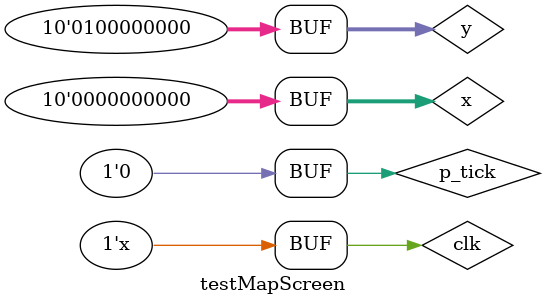
<source format=v>
`timescale 1ns / 1ps


module testMapScreen();
    reg clk;
    reg p_tick;
    reg [9:0] x;
    reg [9:0] y;
    wire isWall;
        mapDecision md(clk,x,y,isWall);
    always #5 clk= ~clk;
    initial
    begin
    x = 0;
    y = 0;
    clk = 0;
    p_tick = 0;
    #10 x = x+8;
    #10 x = x+8;
    #10 x = x+8;
    #10 x = x+8;
    #10 x = x+8;
    #10 x = x+8;
    #10 x = x+8;
    #10 x = x+8;
    #10 x = x+8;
    #10 x = x+8;
    #10 x = x+8;
    #10 x = x+8;
    #10 x = x+8;
    #10 x = x+8;
    #10 x = x+8;
    #10 x = x+8;
    #10 x = x+8;
    #10 x = x+8;
    #10 x = x+8;
    #10 x = x+8;
    #10 x = x+8;
    #10 x = x+8;
    #10 x = x+8;
    #10 x = x+8;
    #10 x = x+8;
    #10 x = x+8;
    #10 x = x+8;
    #10 x = x+8;
    #10 x = x+8;
    #10 x = x+8;
    #10 x = 0; y = y+16;
    #10 x = x+8;
    #10 x = x+8;
    #10 x = x+8;
    #10 x = x+8;
    #10 x = x+8;
    #10 x = x+8;
    #10 x = x+8;
    #10 x = x+8;
    #10 x = x+8;
    #10 x = x+8;
    #10 x = x+8;
    #10 x = x+8;
    #10 x = x+8;
    #10 x = x+8;
    #10 x = x+8;
    #10 x = x+8;
    #10 x = x+8;
    #10 x = x+8;
    #10 x = x+8;
    #10 x = x+8;
    #10 x = x+8;
    #10 x = x+8;
    #10 x = x+8;
    #10 x = x+8;
    #10 x = x+8;
    #10 x = x+8;
    #10 x = x+8;
    #10 x = x+8;
    #10 x = x+8;
    #10 x = x+8;
    #10 x = 0; y = y+16;
    #10 x = x+8;
    #10 x = x+8;
    #10 x = x+8;
    #10 x = x+8;
    #10 x = x+8;
    #10 x = x+8;
    #10 x = x+8;
    #10 x = x+8;
    #10 x = x+8;
    #10 x = x+8;
    #10 x = x+8;
    #10 x = x+8;
    #10 x = x+8;
    #10 x = x+8;
    #10 x = x+8;
    #10 x = x+8;
    #10 x = x+8;
    #10 x = x+8;
    #10 x = x+8;
    #10 x = x+8;
    #10 x = x+8;
    #10 x = x+8;
    #10 x = x+8;
    #10 x = x+8;
    #10 x = x+8;
    #10 x = x+8;
    #10 x = x+8;
    #10 x = x+8;
    #10 x = x+8;
    #10 x = x+8;
    #10 x = 0; y = y+16;
    #10 x = x+8;
    #10 x = x+8;
    #10 x = x+8;
    #10 x = x+8;
    #10 x = x+8;
    #10 x = x+8;
    #10 x = x+8;
    #10 x = x+8;
    #10 x = x+8;
    #10 x = x+8;
    #10 x = x+8;
    #10 x = x+8;
    #10 x = x+8;
    #10 x = x+8;
    #10 x = x+8;
    #10 x = x+8;
    #10 x = x+8;
    #10 x = x+8;
    #10 x = x+8;
    #10 x = x+8;
    #10 x = x+8;
    #10 x = x+8;
    #10 x = x+8;
    #10 x = x+8;
    #10 x = x+8;
    #10 x = x+8;
    #10 x = x+8;
    #10 x = x+8;
    #10 x = x+8;
    #10 x = x+8;
    #10 x = 0; y = y+16;
    #10 x = x+8;
    #10 x = x+8;
    #10 x = x+8;
    #10 x = x+8;
    #10 x = x+8;
    #10 x = x+8;
    #10 x = x+8;
    #10 x = x+8;
    #10 x = x+8;
    #10 x = x+8;
    #10 x = x+8;
    #10 x = x+8;
    #10 x = x+8;
    #10 x = x+8;
    #10 x = x+8;
    #10 x = x+8;
    #10 x = x+8;
    #10 x = x+8;
    #10 x = x+8;
    #10 x = x+8;
    #10 x = x+8;
    #10 x = x+8;
    #10 x = x+8;
    #10 x = x+8;
    #10 x = x+8;
    #10 x = x+8;
    #10 x = x+8;
    #10 x = x+8;
    #10 x = x+8;
    #10 x = x+8;
    #10 x = 0; y = y+16;
    #10 x = x+8;
    #10 x = x+8;
    #10 x = x+8;
    #10 x = x+8;
    #10 x = x+8;
    #10 x = x+8;
    #10 x = x+8;
    #10 x = x+8;
    #10 x = x+8;
    #10 x = x+8;
    #10 x = x+8;
    #10 x = x+8;
    #10 x = x+8;
    #10 x = x+8;
    #10 x = x+8;
    #10 x = x+8;
    #10 x = x+8;
    #10 x = x+8;
    #10 x = x+8;
    #10 x = x+8;
    #10 x = x+8;
    #10 x = x+8;
    #10 x = x+8;
    #10 x = x+8;
    #10 x = x+8;
    #10 x = x+8;
    #10 x = x+8;
    #10 x = x+8;
    #10 x = x+8;
    #10 x = x+8;
    #10 x = 0; y = y+16;
    #10 x = x+8;
    #10 x = x+8;
    #10 x = x+8;
    #10 x = x+8;
    #10 x = x+8;
    #10 x = x+8;
    #10 x = x+8;
    #10 x = x+8;
    #10 x = x+8;
    #10 x = x+8;
    #10 x = x+8;
    #10 x = x+8;
    #10 x = x+8;
    #10 x = x+8;
    #10 x = x+8;
    #10 x = x+8;
    #10 x = x+8;
    #10 x = x+8;
    #10 x = x+8;
    #10 x = x+8;
    #10 x = x+8;
    #10 x = x+8;
    #10 x = x+8;
    #10 x = x+8;
    #10 x = x+8;
    #10 x = x+8;
    #10 x = x+8;
    #10 x = x+8;
    #10 x = x+8;
    #10 x = x+8;
    #10 x = 0; y = y+16;
    #10 x = x+8;
    #10 x = x+8;
    #10 x = x+8;
    #10 x = x+8;
    #10 x = x+8;
    #10 x = x+8;
    #10 x = x+8;
    #10 x = x+8;
    #10 x = x+8;
    #10 x = x+8;
    #10 x = x+8;
    #10 x = x+8;
    #10 x = x+8;
    #10 x = x+8;
    #10 x = x+8;
    #10 x = x+8;
    #10 x = x+8;
    #10 x = x+8;
    #10 x = x+8;
    #10 x = x+8;
    #10 x = x+8;
    #10 x = x+8;
    #10 x = x+8;
    #10 x = x+8;
    #10 x = x+8;
    #10 x = x+8;
    #10 x = x+8;
    #10 x = x+8;
    #10 x = x+8;
    #10 x = x+8;
    #10 x = 0; y = y+16;
    #10 x = x+8;
    #10 x = x+8;
    #10 x = x+8;
    #10 x = x+8;
    #10 x = x+8;
    #10 x = x+8;
    #10 x = x+8;
    #10 x = x+8;
    #10 x = x+8;
    #10 x = x+8;
    #10 x = x+8;
    #10 x = x+8;
    #10 x = x+8;
    #10 x = x+8;
    #10 x = x+8;
    #10 x = x+8;
    #10 x = x+8;
    #10 x = x+8;
    #10 x = x+8;
    #10 x = x+8;
    #10 x = x+8;
    #10 x = x+8;
    #10 x = x+8;
    #10 x = x+8;
    #10 x = x+8;
    #10 x = x+8;
    #10 x = x+8;
    #10 x = x+8;
    #10 x = x+8;
    #10 x = x+8;
    #10 x = 0; y = y+16;
    #10 x = x+8;
    #10 x = x+8;
    #10 x = x+8;
    #10 x = x+8;
    #10 x = x+8;
    #10 x = x+8;
    #10 x = x+8;
    #10 x = x+8;
    #10 x = x+8;
    #10 x = x+8;
    #10 x = x+8;
    #10 x = x+8;
    #10 x = x+8;
    #10 x = x+8;
    #10 x = x+8;
    #10 x = x+8;
    #10 x = x+8;
    #10 x = x+8;
    #10 x = x+8;
    #10 x = x+8;
    #10 x = x+8;
    #10 x = x+8;
    #10 x = x+8;
    #10 x = x+8;
    #10 x = x+8;
    #10 x = x+8;
    #10 x = x+8;
    #10 x = x+8;
    #10 x = x+8;
    #10 x = x+8;
    #10 x = 0; y = y+16;
    #10 x = x+8;
    #10 x = x+8;
    #10 x = x+8;
    #10 x = x+8;
    #10 x = x+8;
    #10 x = x+8;
    #10 x = x+8;
    #10 x = x+8;
    #10 x = x+8;
    #10 x = x+8;
    #10 x = x+8;
    #10 x = x+8;
    #10 x = x+8;
    #10 x = x+8;
    #10 x = x+8;
    #10 x = x+8;
    #10 x = x+8;
    #10 x = x+8;
    #10 x = x+8;
    #10 x = x+8;
    #10 x = x+8;
    #10 x = x+8;
    #10 x = x+8;
    #10 x = x+8;
    #10 x = x+8;
    #10 x = x+8;
    #10 x = x+8;
    #10 x = x+8;
    #10 x = x+8;
    #10 x = x+8;
    #10 x = 0; y = y+16;
    #10 x = x+8;
    #10 x = x+8;
    #10 x = x+8;
    #10 x = x+8;
    #10 x = x+8;
    #10 x = x+8;
    #10 x = x+8;
    #10 x = x+8;
    #10 x = x+8;
    #10 x = x+8;
    #10 x = x+8;
    #10 x = x+8;
    #10 x = x+8;
    #10 x = x+8;
    #10 x = x+8;
    #10 x = x+8;
    #10 x = x+8;
    #10 x = x+8;
    #10 x = x+8;
    #10 x = x+8;
    #10 x = x+8;
    #10 x = x+8;
    #10 x = x+8;
    #10 x = x+8;
    #10 x = x+8;
    #10 x = x+8;
    #10 x = x+8;
    #10 x = x+8;
    #10 x = x+8;
    #10 x = x+8;
    #10 x = 0; y = y+16;
    #10 x = x+8;
    #10 x = x+8;
    #10 x = x+8;
    #10 x = x+8;
    #10 x = x+8;
    #10 x = x+8;
    #10 x = x+8;
    #10 x = x+8;
    #10 x = x+8;
    #10 x = x+8;
    #10 x = x+8;
    #10 x = x+8;
    #10 x = x+8;
    #10 x = x+8;
    #10 x = x+8;
    #10 x = x+8;
    #10 x = x+8;
    #10 x = x+8;
    #10 x = x+8;
    #10 x = x+8;
    #10 x = x+8;
    #10 x = x+8;
    #10 x = x+8;
    #10 x = x+8;
    #10 x = x+8;
    #10 x = x+8;
    #10 x = x+8;
    #10 x = x+8;
    #10 x = x+8;
    #10 x = x+8;
    #10 x = 0; y = y+16;
    #10 x = x+8;
    #10 x = x+8;
    #10 x = x+8;
    #10 x = x+8;
    #10 x = x+8;
    #10 x = x+8;
    #10 x = x+8;
    #10 x = x+8;
    #10 x = x+8;
    #10 x = x+8;
    #10 x = x+8;
    #10 x = x+8;
    #10 x = x+8;
    #10 x = x+8;
    #10 x = x+8;
    #10 x = x+8;
    #10 x = x+8;
    #10 x = x+8;
    #10 x = x+8;
    #10 x = x+8;
    #10 x = x+8;
    #10 x = x+8;
    #10 x = x+8;
    #10 x = x+8;
    #10 x = x+8;
    #10 x = x+8;
    #10 x = x+8;
    #10 x = x+8;
    #10 x = x+8;
    #10 x = x+8;
    #10 x = 0; y = y+16;
    #10 x = x+8;
    #10 x = x+8;
    #10 x = x+8;
    #10 x = x+8;
    #10 x = x+8;
    #10 x = x+8;
    #10 x = x+8;
    #10 x = x+8;
    #10 x = x+8;
    #10 x = x+8;
    #10 x = x+8;
    #10 x = x+8;
    #10 x = x+8;
    #10 x = x+8;
    #10 x = x+8;
    #10 x = x+8;
    #10 x = x+8;
    #10 x = x+8;
    #10 x = x+8;
    #10 x = x+8;
    #10 x = x+8;
    #10 x = x+8;
    #10 x = x+8;
    #10 x = x+8;
    #10 x = x+8;
    #10 x = x+8;
    #10 x = x+8;
    #10 x = x+8;
    #10 x = x+8;
    #10 x = x+8;
    #10 x = 0; y = y+16;
    #10 x = x+8;
    #10 x = x+8;
    #10 x = x+8;
    #10 x = x+8;
    #10 x = x+8;
    #10 x = x+8;
    #10 x = x+8;
    #10 x = x+8;
    #10 x = x+8;
    #10 x = x+8;
    #10 x = x+8;
    #10 x = x+8;
    #10 x = x+8;
    #10 x = x+8;
    #10 x = x+8;
    #10 x = x+8;
    #10 x = x+8;
    #10 x = x+8;
    #10 x = x+8;
    #10 x = x+8;
    #10 x = x+8;
    #10 x = x+8;
    #10 x = x+8;
    #10 x = x+8;
    #10 x = x+8;
    #10 x = x+8;
    #10 x = x+8;
    #10 x = x+8;
    #10 x = x+8;
    #10 x = x+8;
    #10 x = 0; y = y+16;
    end
endmodule

</source>
